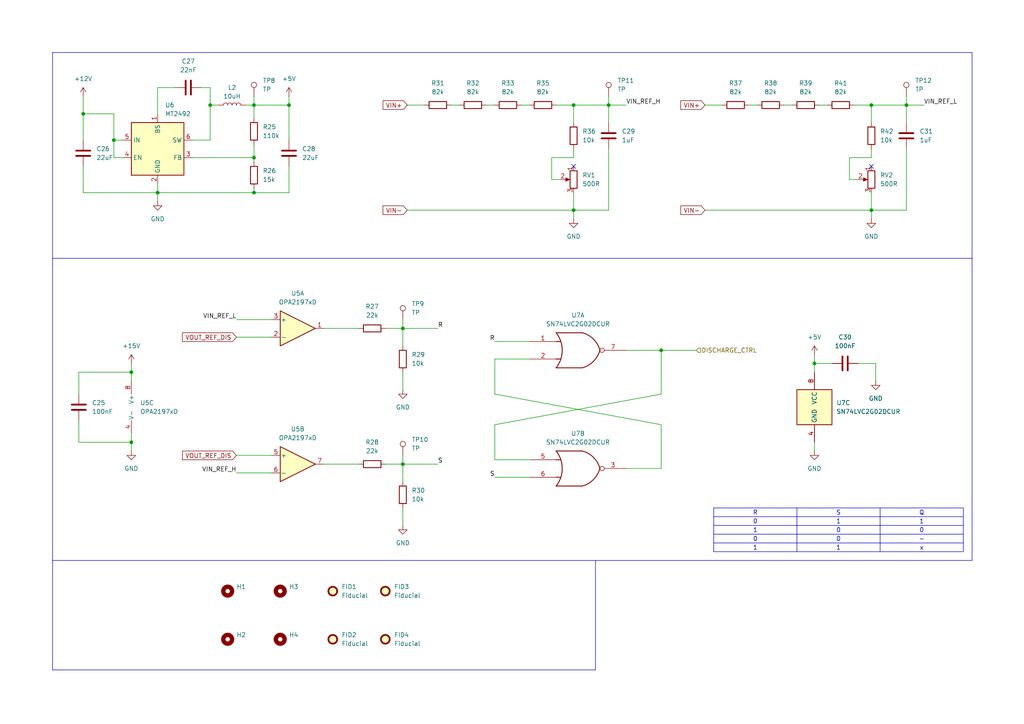
<source format=kicad_sch>
(kicad_sch (version 20250114) (generator "eeschema") (generator_version "9.0")
  (paper "A4")
  (title_block (title "Comparator") (date "2025-08-06") (rev "1.1") (company "RLX-陈光炜"))
  (lib_symbols
    (symbol "74xGxx:74LVC2G02"
      (property "Reference" "U" (at 5.08 7.62 0))
      (property "Value" "74LVC2G02" (at 7.62 -7.62 0))
      (symbol "74LVC2G02_1_1"
        (arc (start -7.62 5.08) (mid -5.838 0) (end -7.62 -5.08) (stroke (width 0.254)))
        (polyline (pts (xy -7.62 2.54) (xy -6.35 2.54)) (stroke (width 0.254)) (fill (type background)))
        (polyline (pts (xy -7.62 -2.54) (xy -6.35 -2.54)) (stroke (width 0.254)) (fill (type background)))
        (arc (start 5.08 0) (mid 3.202 -3.202) (end 0 -5.08) (stroke (width 0.254)))
        (arc (start 0 5.08) (mid 3.2271 3.2271) (end 5.08 0) (stroke (width 0.254)))
        (polyline (pts (xy 0 5.08) (xy -7.62 5.08)) (stroke (width 0.254)) (fill (type background)))
        (polyline (pts (xy 0 -5.08) (xy -7.62 -5.08)) (stroke (width 0.254)) (fill (type background)))
        (pin input line (at -15.24 2.54 0) (length 7.62) (name "~") (number "1"))
        (pin input line (at -15.24 -2.54 0) (length 7.62) (name "~") (number "2"))
        (pin output inverted (at 12.7 0 180) (length 7.62) (name "~") (number "7"))
      )
      (symbol "74LVC2G02_2_1"
        (arc (start -7.62 5.08) (mid -5.838 0) (end -7.62 -5.08) (stroke (width 0.254)))
        (polyline (pts (xy -7.62 2.54) (xy -6.35 2.54)) (stroke (width 0.254)) (fill (type background)))
        (polyline (pts (xy -7.62 -2.54) (xy -6.35 -2.54)) (stroke (width 0.254)) (fill (type background)))
        (arc (start 5.08 0) (mid 3.202 -3.202) (end 0 -5.08) (stroke (width 0.254)))
        (arc (start 0 5.08) (mid 3.2271 3.2271) (end 5.08 0) (stroke (width 0.254)))
        (polyline (pts (xy 0 5.08) (xy -7.62 5.08)) (stroke (width 0.254)) (fill (type background)))
        (polyline (pts (xy 0 -5.08) (xy -7.62 -5.08)) (stroke (width 0.254)) (fill (type background)))
        (pin input line (at -15.24 2.54 0) (length 7.62) (name "~") (number "5"))
        (pin input line (at -15.24 -2.54 0) (length 7.62) (name "~") (number "6"))
        (pin output inverted (at 12.7 0 180) (length 7.62) (name "~") (number "3"))
      )
      (symbol "74LVC2G02_3_0"
        (rectangle (start -5.08 -5.08) (end 5.08 5.08) (stroke (width 0.254)) (fill (type background)))
      )
      (symbol "74LVC2G02_3_1"
        (pin power_in line (at 0 10.16 270) (length 5.08) (name "VCC") (number "8"))
        (pin power_in line (at 0 -10.16 90) (length 5.08) (name "GND") (number "4"))
      )
    )
    (symbol "Amplifier_Operational:OPA2197xD" (pin_names (offset 0.127))
      (property "Reference" "U" (at 2.54 6.35 0))
      (property "Value" "OPA2197xD" (at 2.54 3.81 0))
      (symbol "OPA2197xD_1_1"
        (polyline (pts (xy 5.08 0) (xy -5.08 5.08) (xy -5.08 -5.08) (xy 5.08 0)) (stroke (width 0.254)) (fill (type background)))
        (pin input line (at -7.62 2.54 0) (length 2.54) (name "+") (number "3"))
        (pin input line (at -7.62 -2.54 0) (length 2.54) (name "-") (number "2"))
        (pin output line (at 7.62 0 180) (length 2.54) (name "~") (number "1"))
      )
      (symbol "OPA2197xD_2_1"
        (polyline (pts (xy 5.08 0) (xy -5.08 5.08) (xy -5.08 -5.08) (xy 5.08 0)) (stroke (width 0.254)) (fill (type background)))
        (pin input line (at -7.62 2.54 0) (length 2.54) (name "+") (number "5"))
        (pin input line (at -7.62 -2.54 0) (length 2.54) (name "-") (number "6"))
        (pin output line (at 7.62 0 180) (length 2.54) (name "~") (number "7"))
      )
      (symbol "OPA2197xD_3_1"
        (pin power_in line (at 0 7.62 270) (length 3.81) (name "V+") (number "8"))
        (pin power_in line (at 0 -7.62 90) (length 3.81) (name "V-") (number "4"))
      )
    )
    (symbol "Connector:TestPoint" (pin_numbers (hide yes)) (pin_names (offset 0.762) (hide yes))
      (property "Reference" "TP" (at 0 6.858 0))
      (property "Value" "TestPoint" (at 0 5.08 0))
      (symbol "TestPoint_0_1"
        (circle (center 0 3.302) (radius 0.762))
      )
      (symbol "TestPoint_1_1"
        (pin passive line (at 0 0 90) (length 2.54) (name "1") (number "1"))
      )
    )
    (symbol "Device:C" (pin_numbers (hide yes)) (pin_names (offset 0.254))
      (property "Reference" "C" (at 0.635 2.54 0))
      (property "Value" "C" (at 0.635 -2.54 0))
      (symbol "C_0_1"
        (polyline (pts (xy -2.032 0.762) (xy 2.032 0.762)) (stroke (width 0.508)))
        (polyline (pts (xy -2.032 -0.762) (xy 2.032 -0.762)) (stroke (width 0.508)))
      )
      (symbol "C_1_1"
        (pin passive line (at 0 3.81 270) (length 2.794) (name "~") (number "1"))
        (pin passive line (at 0 -3.81 90) (length 2.794) (name "~") (number "2"))
      )
    )
    (symbol "Device:L" (pin_numbers (hide yes)) (pin_names (offset 1.016) (hide yes))
      (property "Reference" "L" (at -1.27 0 90))
      (property "Value" "L" (at 1.905 0 90))
      (symbol "L_0_1"
        (arc (start 0 2.54) (mid 0.6323 1.905) (end 0 1.27))
        (arc (start 0 1.27) (mid 0.6323 0.635) (end 0 0))
        (arc (start 0 0) (mid 0.6323 -0.635) (end 0 -1.27))
        (arc (start 0 -1.27) (mid 0.6323 -1.905) (end 0 -2.54))
      )
      (symbol "L_1_1"
        (pin passive line (at 0 3.81 270) (length 1.27) (name "1") (number "1"))
        (pin passive line (at 0 -3.81 90) (length 1.27) (name "2") (number "2"))
      )
    )
    (symbol "Device:R" (pin_numbers (hide yes)) (pin_names (offset 0))
      (property "Reference" "R" (at 2.032 0 90))
      (property "Value" "R" (at 0 0 90))
      (symbol "R_0_1"
        (rectangle (start -1.016 -2.54) (end 1.016 2.54) (stroke (width 0.254)))
      )
      (symbol "R_1_1"
        (pin passive line (at 0 3.81 270) (length 1.27) (name "~") (number "1"))
        (pin passive line (at 0 -3.81 90) (length 1.27) (name "~") (number "2"))
      )
    )
    (symbol "Device:R_Potentiometer" (pin_names (offset 1.016) (hide yes))
      (property "Reference" "RV" (at -4.445 0 90))
      (property "Value" "R_Potentiometer" (at -2.54 0 90))
      (symbol "R_Potentiometer_0_1"
        (rectangle (start 1.016 2.54) (end -1.016 -2.54) (stroke (width 0.254)))
        (polyline (pts (xy 1.143 0) (xy 2.286 0.508) (xy 2.286 -0.508) (xy 1.143 0)) (fill (type outline)))
        (polyline (pts (xy 2.54 0) (xy 1.524 0)))
      )
      (symbol "R_Potentiometer_1_1"
        (pin passive line (at 0 3.81 270) (length 1.27) (name "1") (number "1"))
        (pin passive line (at 0 -3.81 90) (length 1.27) (name "3") (number "3"))
        (pin passive line (at 3.81 0 180) (length 1.27) (name "2") (number "2"))
      )
    )
    (symbol "GWGG:MT2492"
      (property "Reference" "U" (at 0 17.78 0))
      (property "Value" "MT2492" (at 0 15.24 0))
      (symbol "MT2492_0_1"
        (rectangle (start -7.62 7.62) (end 7.62 -7.62) (stroke (width 0.254)) (fill (type background)))
      )
      (symbol "MT2492_1_1"
        (text private "GWGG" (at 0 -15.24 0) (effects (font (size 1.27 1.27))))
        (pin passive line (at -10.16 2.54 0) (length 2.54) (name "IN") (number "5"))
        (pin passive line (at -10.16 -2.54 0) (length 2.54) (name "EN") (number "4"))
        (pin passive line (at 0 10.16 270) (length 2.54) (name "BS") (number "1"))
        (pin passive line (at 0 -10.16 90) (length 2.54) (name "GND") (number "2"))
        (pin passive line (at 10.16 2.54 180) (length 2.54) (name "SW") (number "6"))
        (pin passive line (at 10.16 -2.54 180) (length 2.54) (name "FB") (number "3"))
      )
    )
    (symbol "Mechanical:Fiducial" (exclude_from_sim yes) (in_bom no)
      (property "Reference" "FID" (at 0 5.08 0))
      (property "Value" "Fiducial" (at 0 3.175 0))
      (symbol "Fiducial_0_1"
        (circle (center 0 0) (radius 1.27) (stroke (width 0.508)) (fill (type background)))
      )
    )
    (symbol "Mechanical:MountingHole" (pin_names (offset 1.016)) (exclude_from_sim yes) (in_bom no)
      (property "Reference" "H" (at 0 5.08 0))
      (property "Value" "MountingHole" (at 0 3.175 0))
      (symbol "MountingHole_0_1"
        (circle (center 0 0) (radius 1.27) (stroke (width 1.27)))
      )
    )
    (symbol "power:+12V" (power) (pin_numbers (hide yes)) (pin_names (offset 0) (hide yes))
      (property "Value" "+12V" (at 0 3.556 0))
      (symbol "+12V_0_1"
        (polyline (pts (xy -0.762 1.27) (xy 0 2.54)))
        (polyline (pts (xy 0 2.54) (xy 0.762 1.27)))
        (polyline (pts (xy 0 0) (xy 0 2.54)))
      )
      (symbol "+12V_1_1"
        (pin power_in line (at 0 0 90) (length 0) (name "~") (number "1"))
      )
    )
    (symbol "power:+15V" (power) (pin_numbers (hide yes)) (pin_names (offset 0) (hide yes))
      (property "Value" "+15V" (at 0 3.556 0))
      (symbol "+15V_0_1"
        (polyline (pts (xy -0.762 1.27) (xy 0 2.54)))
        (polyline (pts (xy 0 2.54) (xy 0.762 1.27)))
        (polyline (pts (xy 0 0) (xy 0 2.54)))
      )
      (symbol "+15V_1_1"
        (pin power_in line (at 0 0 90) (length 0) (name "~") (number "1"))
      )
    )
    (symbol "power:+5V" (power) (pin_numbers (hide yes)) (pin_names (offset 0) (hide yes))
      (property "Value" "+5V" (at 0 3.556 0))
      (symbol "+5V_0_1"
        (polyline (pts (xy -0.762 1.27) (xy 0 2.54)))
        (polyline (pts (xy 0 2.54) (xy 0.762 1.27)))
        (polyline (pts (xy 0 0) (xy 0 2.54)))
      )
      (symbol "+5V_1_1"
        (pin power_in line (at 0 0 90) (length 0) (name "~") (number "1"))
      )
    )
    (symbol "power:GND" (power) (pin_numbers (hide yes)) (pin_names (offset 0) (hide yes))
      (property "Value" "GND" (at 0 -3.81 0))
      (symbol "GND_0_1"
        (polyline (pts (xy 0 0) (xy 0 -1.27) (xy 1.27 -1.27) (xy 0 -2.54) (xy -1.27 -1.27) (xy 0 -1.27)))
      )
      (symbol "GND_1_1"
        (pin power_in line (at 0 0 270) (length 0) (name "~") (number "1"))
      )
    )
  )
  (junction (at 60.96 30.48))
  (junction (at 33.02 40.64))
  (junction (at 116.84 95.25))
  (junction (at 73.66 45.72))
  (junction (at 252.73 60.96))
  (junction (at 262.89 30.48))
  (junction (at 45.72 55.88))
  (junction (at 83.82 30.48))
  (junction (at 166.37 30.48))
  (junction (at 116.84 134.62))
  (junction (at 191.77 101.6))
  (junction (at 38.1 128.27))
  (junction (at 38.1 107.95))
  (junction (at 236.22 105.41))
  (junction (at 73.66 55.88))
  (junction (at 24.13 33.02))
  (junction (at 176.53 30.48))
  (junction (at 252.73 30.48))
  (junction (at 73.66 30.48))
  (junction (at 166.37 60.96))
  (no_connect (at 166.37 48.26))
  (no_connect (at 252.73 48.26))
  (wire (pts (xy 236.22 102.87) (xy 236.22 105.41)))
  (wire (pts (xy 236.22 105.41) (xy 241.3 105.41)))
  (wire (pts (xy 73.66 41.91) (xy 73.66 45.72)))
  (wire (pts (xy 118.11 60.96) (xy 166.37 60.96)))
  (wire (pts (xy 83.82 27.94) (xy 83.82 30.48)))
  (polyline (pts (xy 15.24 15.24) (xy 15.24 162.56)))
  (polyline (pts (xy 15.24 74.93) (xy 281.94 74.93)))
  (wire (pts (xy 166.37 43.18) (xy 166.37 45.72)))
  (wire (pts (xy 71.12 30.48) (xy 73.66 30.48)))
  (wire (pts (xy 38.1 128.27) (xy 38.1 130.81)))
  (wire (pts (xy 217.17 30.48) (xy 219.71 30.48)))
  (wire (pts (xy 73.66 54.61) (xy 73.66 55.88)))
  (wire (pts (xy 116.84 92.71) (xy 116.84 95.25)))
  (wire (pts (xy 22.86 128.27) (xy 38.1 128.27)))
  (wire (pts (xy 176.53 27.94) (xy 176.53 30.48)))
  (wire (pts (xy 68.58 132.08) (xy 78.74 132.08)))
  (wire (pts (xy 83.82 30.48) (xy 83.82 40.64)))
  (wire (pts (xy 45.72 53.34) (xy 45.72 55.88)))
  (polyline (pts (xy 15.24 162.56) (xy 281.94 162.56)))
  (wire (pts (xy 24.13 48.26) (xy 24.13 55.88)))
  (wire (pts (xy 60.96 25.4) (xy 58.42 25.4)))
  (wire (pts (xy 63.5 30.48) (xy 60.96 30.48)))
  (wire (pts (xy 143.51 138.43) (xy 153.67 138.43)))
  (wire (pts (xy 252.73 55.88) (xy 252.73 60.96)))
  (wire (pts (xy 68.58 92.71) (xy 78.74 92.71)))
  (wire (pts (xy 191.77 101.6) (xy 201.93 101.6)))
  (wire (pts (xy 55.88 45.72) (xy 73.66 45.72)))
  (wire (pts (xy 83.82 48.26) (xy 83.82 55.88)))
  (wire (pts (xy 160.02 52.07) (xy 162.56 52.07)))
  (wire (pts (xy 181.61 135.89) (xy 191.77 135.89)))
  (wire (pts (xy 116.84 95.25) (xy 116.84 100.33)))
  (wire (pts (xy 116.84 107.95) (xy 116.84 113.03)))
  (wire (pts (xy 160.02 45.72) (xy 160.02 52.07)))
  (wire (pts (xy 116.84 134.62) (xy 116.84 139.7)))
  (wire (pts (xy 166.37 30.48) (xy 176.53 30.48)))
  (wire (pts (xy 166.37 55.88) (xy 166.37 60.96)))
  (polyline (pts (xy 15.24 162.56) (xy 15.24 194.31)))
  (wire (pts (xy 166.37 60.96) (xy 166.37 63.5)))
  (wire (pts (xy 151.13 30.48) (xy 153.67 30.48)))
  (wire (pts (xy 38.1 107.95) (xy 38.1 110.49)))
  (wire (pts (xy 73.66 27.94) (xy 73.66 30.48)))
  (wire (pts (xy 45.72 25.4) (xy 50.8 25.4)))
  (wire (pts (xy 22.86 107.95) (xy 38.1 107.95)))
  (wire (pts (xy 130.81 30.48) (xy 133.35 30.48)))
  (wire (pts (xy 246.38 45.72) (xy 246.38 52.07)))
  (wire (pts (xy 237.49 30.48) (xy 240.03 30.48)))
  (wire (pts (xy 33.02 33.02) (xy 24.13 33.02)))
  (wire (pts (xy 45.72 55.88) (xy 24.13 55.88)))
  (wire (pts (xy 166.37 60.96) (xy 176.53 60.96)))
  (wire (pts (xy 191.77 101.6) (xy 191.77 114.3)))
  (wire (pts (xy 22.86 107.95) (xy 22.86 114.3)))
  (wire (pts (xy 93.98 95.25) (xy 104.14 95.25)))
  (wire (pts (xy 143.51 99.06) (xy 153.67 99.06)))
  (wire (pts (xy 45.72 55.88) (xy 45.72 58.42)))
  (polyline (pts (xy 15.24 194.31) (xy 172.72 194.31)))
  (wire (pts (xy 116.84 134.62) (xy 127 134.62)))
  (wire (pts (xy 181.61 101.6) (xy 191.77 101.6)))
  (wire (pts (xy 191.77 114.3) (xy 143.51 123.19)))
  (wire (pts (xy 191.77 123.19) (xy 191.77 135.89)))
  (wire (pts (xy 45.72 55.88) (xy 73.66 55.88)))
  (wire (pts (xy 252.73 60.96) (xy 252.73 63.5)))
  (wire (pts (xy 254 105.41) (xy 254 110.49)))
  (wire (pts (xy 236.22 105.41) (xy 236.22 107.95)))
  (wire (pts (xy 252.73 60.96) (xy 262.89 60.96)))
  (wire (pts (xy 204.47 30.48) (xy 209.55 30.48)))
  (wire (pts (xy 33.02 33.02) (xy 33.02 40.64)))
  (wire (pts (xy 252.73 30.48) (xy 262.89 30.48)))
  (polyline (pts (xy 15.24 15.24) (xy 281.94 15.24)))
  (wire (pts (xy 262.89 30.48) (xy 267.97 30.48)))
  (wire (pts (xy 252.73 43.18) (xy 252.73 45.72)))
  (wire (pts (xy 166.37 30.48) (xy 166.37 35.56)))
  (wire (pts (xy 33.02 40.64) (xy 33.02 45.72)))
  (wire (pts (xy 38.1 125.73) (xy 38.1 128.27)))
  (wire (pts (xy 68.58 137.16) (xy 78.74 137.16)))
  (wire (pts (xy 246.38 52.07) (xy 248.92 52.07)))
  (wire (pts (xy 227.33 30.48) (xy 229.87 30.48)))
  (wire (pts (xy 236.22 128.27) (xy 236.22 130.81)))
  (wire (pts (xy 24.13 40.64) (xy 24.13 33.02)))
  (wire (pts (xy 68.58 97.79) (xy 78.74 97.79)))
  (wire (pts (xy 116.84 95.25) (xy 127 95.25)))
  (wire (pts (xy 73.66 30.48) (xy 73.66 34.29)))
  (wire (pts (xy 143.51 133.35) (xy 153.67 133.35)))
  (polyline (pts (xy 172.72 194.31) (xy 172.72 162.56)))
  (wire (pts (xy 33.02 40.64) (xy 35.56 40.64)))
  (wire (pts (xy 262.89 43.18) (xy 262.89 60.96)))
  (wire (pts (xy 73.66 55.88) (xy 83.82 55.88)))
  (wire (pts (xy 111.76 134.62) (xy 116.84 134.62)))
  (wire (pts (xy 116.84 132.08) (xy 116.84 134.62)))
  (wire (pts (xy 22.86 121.92) (xy 22.86 128.27)))
  (wire (pts (xy 73.66 30.48) (xy 83.82 30.48)))
  (wire (pts (xy 143.51 114.3) (xy 191.77 123.19)))
  (wire (pts (xy 248.92 105.41) (xy 254 105.41)))
  (wire (pts (xy 247.65 30.48) (xy 252.73 30.48)))
  (wire (pts (xy 176.53 30.48) (xy 176.53 35.56)))
  (wire (pts (xy 45.72 33.02) (xy 45.72 25.4)))
  (wire (pts (xy 166.37 45.72) (xy 160.02 45.72)))
  (wire (pts (xy 60.96 30.48) (xy 60.96 40.64)))
  (wire (pts (xy 161.29 30.48) (xy 166.37 30.48)))
  (wire (pts (xy 140.97 30.48) (xy 143.51 30.48)))
  (wire (pts (xy 143.51 104.14) (xy 143.51 114.3)))
  (polyline (pts (xy 281.94 162.56) (xy 281.94 15.24)))
  (wire (pts (xy 252.73 45.72) (xy 246.38 45.72)))
  (wire (pts (xy 60.96 30.48) (xy 60.96 25.4)))
  (wire (pts (xy 262.89 27.94) (xy 262.89 30.48)))
  (wire (pts (xy 38.1 105.41) (xy 38.1 107.95)))
  (wire (pts (xy 93.98 134.62) (xy 104.14 134.62)))
  (wire (pts (xy 143.51 104.14) (xy 153.67 104.14)))
  (wire (pts (xy 262.89 30.48) (xy 262.89 35.56)))
  (wire (pts (xy 111.76 95.25) (xy 116.84 95.25)))
  (wire (pts (xy 143.51 123.19) (xy 143.51 133.35)))
  (wire (pts (xy 73.66 46.99) (xy 73.66 45.72)))
  (wire (pts (xy 116.84 147.32) (xy 116.84 152.4)))
  (wire (pts (xy 176.53 30.48) (xy 181.61 30.48)))
  (wire (pts (xy 33.02 45.72) (xy 35.56 45.72)))
  (wire (pts (xy 118.11 30.48) (xy 123.19 30.48)))
  (wire (pts (xy 176.53 43.18) (xy 176.53 60.96)))
  (wire (pts (xy 55.88 40.64) (xy 60.96 40.64)))
  (wire (pts (xy 24.13 27.94) (xy 24.13 33.02)))
  (wire (pts (xy 204.47 60.96) (xy 252.73 60.96)))
  (wire (pts (xy 252.73 30.48) (xy 252.73 35.56)))
  (table (column_count 3) (border (external yes) (header yes)) (separators (rows yes) (cols yes)) (column_widths 24.13 24.13 24.13) (row_heights 2.54 2.54 2.54 2.54 2.54) (cells (table_cell "R" (at 207.01 147.32 0) (size 24.13 2.54) (margins 0.9525 0.9525 0.9525 0.9525) (span 1 1)) (table_cell "S" (at 231.14 147.32 0) (size 24.13 2.54) (margins 0.9525 0.9525 0.9525 0.9525) (span 1 1)) (table_cell "Q" (at 255.27 147.32 0) (size 24.13 2.54) (margins 0.9525 0.9525 0.9525 0.9525) (span 1 1)) (table_cell "0" (at 207.01 149.86 0) (size 24.13 2.54) (margins 0.9525 0.9525 0.9525 0.9525) (span 1 1)) (table_cell "1" (at 231.14 149.86 0) (size 24.13 2.54) (margins 0.9525 0.9525 0.9525 0.9525) (span 1 1)) (table_cell "1" (at 255.27 149.86 0) (size 24.13 2.54) (margins 0.9525 0.9525 0.9525 0.9525) (span 1 1)) (table_cell "1" (at 207.01 152.4 0) (size 24.13 2.54) (margins 0.9525 0.9525 0.9525 0.9525) (span 1 1)) (table_cell "0" (at 231.14 152.4 0) (size 24.13 2.54) (margins 0.9525 0.9525 0.9525 0.9525) (span 1 1)) (table_cell "0" (at 255.27 152.4 0) (size 24.13 2.54) (margins 0.9525 0.9525 0.9525 0.9525) (span 1 1)) (table_cell "0" (at 207.01 154.94 0) (size 24.13 2.54) (margins 0.9525 0.9525 0.9525 0.9525) (span 1 1)) (table_cell "0" (at 231.14 154.94 0) (size 24.13 2.54) (margins 0.9525 0.9525 0.9525 0.9525) (span 1 1)) (table_cell "-" (at 255.27 154.94 0) (size 24.13 2.54) (margins 0.9525 0.9525 0.9525 0.9525) (span 1 1)) (table_cell "1" (at 207.01 157.48 0) (size 24.13 2.54) (margins 0.9525 0.9525 0.9525 0.9525) (span 1 1)) (table_cell "1" (at 231.14 157.48 0) (size 24.13 2.54) (margins 0.9525 0.9525 0.9525 0.9525) (span 1 1)) (table_cell "x" (at 255.27 157.48 0) (size 24.13 2.54) (margins 0.9525 0.9525 0.9525 0.9525) (span 1 1))))
  (label "S" (at 143.51 138.43 180))
  (label "R" (at 127 95.25 0))
  (label "VIN_REF_L" (at 68.58 92.71 180))
  (label "R" (at 143.51 99.06 180))
  (label "S" (at 127 134.62 0))
  (label "VIN_REF_L" (at 267.97 30.48 0))
  (label "VIN_REF_H" (at 68.58 137.16 180))
  (label "VIN_REF_H" (at 181.61 30.48 0))
  (global_label "VOUT_REF_DIS" (shape input) (at 68.58 132.08 180) (property "Intersheetrefs" "${INTERSHEET_REFS}" (effects (hide yes))))
  (global_label "VIN+" (shape input) (at 204.47 30.48 180) (property "Intersheetrefs" "${INTERSHEET_REFS}" (effects (hide yes))))
  (global_label "VIN-" (shape input) (at 118.11 60.96 180) (property "Intersheetrefs" "${INTERSHEET_REFS}" (effects (hide yes))))
  (global_label "VIN+" (shape input) (at 118.11 30.48 180) (property "Intersheetrefs" "${INTERSHEET_REFS}" (effects (hide yes))))
  (global_label "VOUT_REF_DIS" (shape input) (at 68.58 97.79 180) (property "Intersheetrefs" "${INTERSHEET_REFS}" (effects (hide yes))))
  (global_label "VIN-" (shape input) (at 204.47 60.96 180) (property "Intersheetrefs" "${INTERSHEET_REFS}" (effects (hide yes))))
  (hierarchical_label "DISCHARGE_CTRL" (shape input) (at 201.93 101.6 0))
  (symbol (lib_id "Device:R_Potentiometer") (at 252.73 52.07 0) (mirror y) (unit 1)
    (property "Reference" "RV2" (at 255.27 50.7999 0) (effects (justify right)))
    (property "Value" "500R" (at 255.27 53.3399 0) (effects (justify right)))
    (property "Footprint" "GWGG:TRIM_3296W" (effects (hide yes)))
    (property "Description" "Potentiometer" (effects (hide yes)))
  )
  (symbol (lib_id "power:GND") (at 254 110.49 0) (unit 1)
    (property "Reference" "#PWR033" (effects (hide yes)))
    (property "Value" "GND" (at 254 115.57 0))
    (property "Description" "Power symbol creates a global label with name \"GND\" , ground" (effects (hide yes)))
  )
  (symbol (lib_id "Device:L") (at 67.31 30.48 90) (unit 1)
    (property "Reference" "L2" (at 67.31 25.4 90))
    (property "Value" "10uH" (at 67.31 27.94 90))
    (property "Footprint" "GWGG:L_FTC252010S4R7MBCA" (effects (hide yes)))
    (property "Description" "Inductor" (effects (hide yes)))
  )
  (symbol (lib_id "Device:R") (at 147.32 30.48 90) (unit 1)
    (property "Reference" "R33" (at 147.32 24.13 90))
    (property "Value" "82k" (at 147.32 26.67 90))
    (property "Footprint" "Resistor_SMD:R_2512_6332Metric" (effects (hide yes)))
    (property "Description" "Resistor" (effects (hide yes)))
    (property "mpn" "C723482" (effects (hide yes)))
    (property "Price" "0.2523" (effects (hide yes)))
  )
  (symbol (lib_id "power:GND") (at 116.84 113.03 0) (unit 1)
    (property "Reference" "#PWR027" (effects (hide yes)))
    (property "Value" "GND" (at 116.84 118.11 0))
    (property "Description" "Power symbol creates a global label with name \"GND\" , ground" (effects (hide yes)))
  )
  (symbol (lib_id "Device:R") (at 73.66 38.1 0) (unit 1)
    (property "Reference" "R25" (at 76.2 36.8299 0) (effects (justify left)))
    (property "Value" "110k" (at 76.2 39.3699 0) (effects (justify left)))
    (property "Footprint" "Resistor_SMD:R_0402_1005Metric" (effects (hide yes)))
    (property "Description" "Resistor" (effects (hide yes)))
  )
  (symbol (lib_id "Device:C") (at 262.89 39.37 0) (unit 1)
    (property "Reference" "C31" (at 266.7 38.0999 0) (effects (justify left)))
    (property "Value" "1uF" (at 266.7 40.6399 0) (effects (justify left)))
    (property "Footprint" "Capacitor_SMD:C_0402_1005Metric" (effects (hide yes)))
    (property "Description" "Unpolarized capacitor" (effects (hide yes)))
    (property "mpn" "C1530" (effects (hide yes)))
    (property "Price" "0.00551" (effects (hide yes)))
  )
  (symbol (lib_id "74xGxx:74LVC2G02") (at 168.91 101.6 0) (unit 1)
    (property "Reference" "U7" (at 167.64 91.44 0))
    (property "Value" "SN74LVC2G02DCUR" (at 167.64 93.98 0))
    (property "Footprint" "Package_SO:VSSOP-8_2.3x2mm_P0.5mm" (effects (hide yes)))
    (property "Datasheet" "http://www.ti.com/lit/sg/scyt129e/scyt129e.pdf" (effects (hide yes)))
    (property "Description" "Dual NOR Gate, Low-Voltage CMOS" (effects (hide yes)))
  )
  (symbol (lib_id "Device:R") (at 116.84 104.14 180) (unit 1)
    (property "Reference" "R29" (at 119.38 102.8699 0) (effects (justify right)))
    (property "Value" "10k" (at 119.38 105.4099 0) (effects (justify right)))
    (property "Footprint" "Resistor_SMD:R_0402_1005Metric" (effects (hide yes)))
    (property "Description" "Resistor" (effects (hide yes)))
    (property "mpn" "C122969" (effects (hide yes)))
    (property "Price" "0.1063" (effects (hide yes)))
  )
  (symbol (lib_id "Mechanical:MountingHole") (at 81.28 171.45 0) (unit 1) (in_bom no)
    (property "Reference" "H3" (at 83.82 170.1799 0) (effects (justify left)))
    (property "Value" "MountingHole" (effects (hide yes)))
    (property "Footprint" "MountingHole:MountingHole_3.2mm_M3" (effects (hide yes)))
    (property "Description" "Mounting Hole without connection" (effects (hide yes)))
  )
  (symbol (lib_id "power:GND") (at 116.84 152.4 0) (unit 1)
    (property "Reference" "#PWR028" (effects (hide yes)))
    (property "Value" "GND" (at 116.84 157.48 0))
    (property "Description" "Power symbol creates a global label with name \"GND\" , ground" (effects (hide yes)))
  )
  (symbol (lib_id "GWGG:MT2492") (at 45.72 43.18 0) (unit 1)
    (property "Reference" "U6" (at 47.8633 30.48 0) (effects (justify left)))
    (property "Value" "MT2492" (at 47.8633 33.02 0) (effects (justify left)))
    (property "Footprint" "Package_TO_SOT_SMD:SOT-23-6" (effects (hide yes)))
  )
  (symbol (lib_id "Device:R") (at 243.84 30.48 90) (unit 1)
    (property "Reference" "R41" (at 243.84 24.13 90))
    (property "Value" "82k" (at 243.84 26.67 90))
    (property "Footprint" "Resistor_SMD:R_2512_6332Metric" (effects (hide yes)))
    (property "Description" "Resistor" (effects (hide yes)))
    (property "mpn" "C723482" (effects (hide yes)))
    (property "Price" "0.2523" (effects (hide yes)))
  )
  (symbol (lib_id "power:+5V") (at 83.82 27.94 0) (unit 1)
    (property "Reference" "#PWR026" (effects (hide yes)))
    (property "Value" "+5V" (at 83.82 22.86 0))
    (property "Description" "Power symbol creates a global label with name \"+5V\"" (effects (hide yes)))
  )
  (symbol (lib_id "Device:R") (at 107.95 134.62 90) (unit 1)
    (property "Reference" "R28" (at 107.95 128.27 90))
    (property "Value" "22k" (at 107.95 130.81 90))
    (property "Footprint" "Resistor_SMD:R_0402_1005Metric" (effects (hide yes)))
    (property "Description" "Resistor" (effects (hide yes)))
    (property "mpn" "C122969" (effects (hide yes)))
    (property "Price" "0.1063" (effects (hide yes)))
  )
  (symbol (lib_id "Connector:TestPoint") (at 262.89 27.94 0) (unit 1)
    (property "Reference" "TP12" (at 265.43 23.3679 0) (effects (justify left)))
    (property "Value" "TP" (at 265.43 25.9079 0) (effects (justify left)))
    (property "Footprint" "TestPoint:TestPoint_Pad_D1.0mm" (effects (hide yes)))
    (property "Description" "test point" (effects (hide yes)))
  )
  (symbol (lib_id "Device:R") (at 127 30.48 90) (unit 1)
    (property "Reference" "R31" (at 127 24.13 90))
    (property "Value" "82k" (at 127 26.67 90))
    (property "Footprint" "Resistor_SMD:R_2512_6332Metric" (effects (hide yes)))
    (property "Description" "Resistor" (effects (hide yes)))
    (property "mpn" "C723482" (effects (hide yes)))
    (property "Price" "0.2523" (effects (hide yes)))
  )
  (symbol (lib_id "power:GND") (at 236.22 130.81 0) (unit 1)
    (property "Reference" "#PWR031" (effects (hide yes)))
    (property "Value" "GND" (at 236.22 135.89 0))
    (property "Description" "Power symbol creates a global label with name \"GND\" , ground" (effects (hide yes)))
  )
  (symbol (lib_id "power:GND") (at 252.73 63.5 0) (unit 1)
    (property "Reference" "#PWR032" (effects (hide yes)))
    (property "Value" "GND" (at 252.73 68.58 0))
    (property "Description" "Power symbol creates a global label with name \"GND\" , ground" (effects (hide yes)))
  )
  (symbol (lib_id "Connector:TestPoint") (at 176.53 27.94 0) (unit 1)
    (property "Reference" "TP11" (at 179.07 23.3679 0) (effects (justify left)))
    (property "Value" "TP" (at 179.07 25.9079 0) (effects (justify left)))
    (property "Footprint" "TestPoint:TestPoint_Pad_D1.0mm" (effects (hide yes)))
    (property "Description" "test point" (effects (hide yes)))
  )
  (symbol (lib_id "Mechanical:Fiducial") (at 96.52 171.45 0) (unit 1) (in_bom no)
    (property "Reference" "FID1" (at 99.06 170.1799 0) (effects (justify left)))
    (property "Value" "Fiducial" (at 99.06 172.7199 0) (effects (justify left)))
    (property "Footprint" "Fiducial:Fiducial_1mm_Mask2mm" (effects (hide yes)))
    (property "Description" "Fiducial Marker" (effects (hide yes)))
  )
  (symbol (lib_id "Device:R") (at 223.52 30.48 90) (unit 1)
    (property "Reference" "R38" (at 223.52 24.13 90))
    (property "Value" "82k" (at 223.52 26.67 90))
    (property "Footprint" "Resistor_SMD:R_2512_6332Metric" (effects (hide yes)))
    (property "Description" "Resistor" (effects (hide yes)))
    (property "mpn" "C723482" (effects (hide yes)))
    (property "Price" "0.2523" (effects (hide yes)))
  )
  (symbol (lib_id "Mechanical:MountingHole") (at 66.04 185.42 0) (unit 1) (in_bom no)
    (property "Reference" "H2" (at 68.58 184.1499 0) (effects (justify left)))
    (property "Value" "MountingHole" (effects (hide yes)))
    (property "Footprint" "MountingHole:MountingHole_3.2mm_M3" (effects (hide yes)))
    (property "Description" "Mounting Hole without connection" (effects (hide yes)))
  )
  (symbol (lib_id "Mechanical:Fiducial") (at 96.52 185.42 0) (unit 1) (in_bom no)
    (property "Reference" "FID2" (at 99.06 184.1499 0) (effects (justify left)))
    (property "Value" "Fiducial" (at 99.06 186.6899 0) (effects (justify left)))
    (property "Footprint" "Fiducial:Fiducial_1mm_Mask2mm" (effects (hide yes)))
    (property "Description" "Fiducial Marker" (effects (hide yes)))
  )
  (symbol (lib_id "Device:R_Potentiometer") (at 166.37 52.07 0) (mirror y) (unit 1)
    (property "Reference" "RV1" (at 168.91 50.7999 0) (effects (justify right)))
    (property "Value" "500R" (at 168.91 53.3399 0) (effects (justify right)))
    (property "Footprint" "GWGG:TRIM_3296W" (effects (hide yes)))
    (property "Description" "Potentiometer" (effects (hide yes)))
  )
  (symbol (lib_id "Mechanical:Fiducial") (at 111.76 171.45 0) (unit 1) (in_bom no)
    (property "Reference" "FID3" (at 114.3 170.1799 0) (effects (justify left)))
    (property "Value" "Fiducial" (at 114.3 172.7199 0) (effects (justify left)))
    (property "Footprint" "Fiducial:Fiducial_1mm_Mask2mm" (effects (hide yes)))
    (property "Description" "Fiducial Marker" (effects (hide yes)))
  )
  (symbol (lib_id "Device:R") (at 73.66 50.8 0) (unit 1)
    (property "Reference" "R26" (at 76.2 49.5299 0) (effects (justify left)))
    (property "Value" "15k" (at 76.2 52.0699 0) (effects (justify left)))
    (property "Footprint" "Resistor_SMD:R_0402_1005Metric" (effects (hide yes)))
    (property "Description" "Resistor" (effects (hide yes)))
  )
  (symbol (lib_id "power:+12V") (at 24.13 27.94 0) (unit 1)
    (property "Reference" "#PWR034" (effects (hide yes)))
    (property "Value" "+12V" (at 24.13 22.86 0))
    (property "Description" "Power symbol creates a global label with name \"+12V\"" (effects (hide yes)))
  )
  (symbol (lib_id "Device:R") (at 166.37 39.37 180) (unit 1)
    (property "Reference" "R36" (at 168.91 38.0999 0) (effects (justify right)))
    (property "Value" "10k" (at 168.91 40.6399 0) (effects (justify right)))
    (property "Footprint" "Resistor_SMD:R_1206_3216Metric" (effects (hide yes)))
    (property "Description" "Resistor" (effects (hide yes)))
    (property "mpn" "C870718" (effects (hide yes)))
    (property "Price" "0.2523" (effects (hide yes)))
  )
  (symbol (lib_id "power:+5V") (at 236.22 102.87 0) (unit 1)
    (property "Reference" "#PWR030" (effects (hide yes)))
    (property "Value" "+5V" (at 236.22 97.79 0))
    (property "Description" "Power symbol creates a global label with name \"+5V\"" (effects (hide yes)))
  )
  (symbol (lib_id "Mechanical:MountingHole") (at 81.28 185.42 0) (unit 1) (in_bom no)
    (property "Reference" "H4" (at 83.82 184.1499 0) (effects (justify left)))
    (property "Value" "MountingHole" (effects (hide yes)))
    (property "Footprint" "MountingHole:MountingHole_3.2mm_M3" (effects (hide yes)))
    (property "Description" "Mounting Hole without connection" (effects (hide yes)))
  )
  (symbol (lib_id "Device:R") (at 213.36 30.48 90) (unit 1)
    (property "Reference" "R37" (at 213.36 24.13 90))
    (property "Value" "82k" (at 213.36 26.67 90))
    (property "Footprint" "Resistor_SMD:R_2512_6332Metric" (effects (hide yes)))
    (property "Description" "Resistor" (effects (hide yes)))
    (property "mpn" "C723482" (effects (hide yes)))
    (property "Price" "0.2523" (effects (hide yes)))
  )
  (symbol (lib_id "Device:C") (at 176.53 39.37 0) (unit 1)
    (property "Reference" "C29" (at 180.34 38.0999 0) (effects (justify left)))
    (property "Value" "1uF" (at 180.34 40.6399 0) (effects (justify left)))
    (property "Footprint" "Capacitor_SMD:C_0402_1005Metric" (effects (hide yes)))
    (property "Description" "Unpolarized capacitor" (effects (hide yes)))
    (property "mpn" "C1530" (effects (hide yes)))
    (property "Price" "0.00551" (effects (hide yes)))
  )
  (symbol (lib_id "Device:R") (at 116.84 143.51 180) (unit 1)
    (property "Reference" "R30" (at 119.38 142.2399 0) (effects (justify right)))
    (property "Value" "10k" (at 119.38 144.7799 0) (effects (justify right)))
    (property "Footprint" "Resistor_SMD:R_0402_1005Metric" (effects (hide yes)))
    (property "Description" "Resistor" (effects (hide yes)))
    (property "mpn" "C122969" (effects (hide yes)))
    (property "Price" "0.1063" (effects (hide yes)))
  )
  (symbol (lib_id "Mechanical:MountingHole") (at 66.04 171.45 0) (unit 1) (in_bom no)
    (property "Reference" "H1" (at 68.58 170.1799 0) (effects (justify left)))
    (property "Value" "MountingHole" (effects (hide yes)))
    (property "Footprint" "MountingHole:MountingHole_3.2mm_M3" (effects (hide yes)))
    (property "Description" "Mounting Hole without connection" (effects (hide yes)))
  )
  (symbol (lib_id "Device:C") (at 54.61 25.4 90) (unit 1)
    (property "Reference" "C27" (at 54.61 17.78 90))
    (property "Value" "22nF" (at 54.61 20.32 90))
    (property "Footprint" "Capacitor_SMD:C_0402_1005Metric" (effects (hide yes)))
    (property "Description" "Unpolarized capacitor" (effects (hide yes)))
  )
  (symbol (lib_id "Device:R") (at 233.68 30.48 90) (unit 1)
    (property "Reference" "R39" (at 233.68 24.13 90))
    (property "Value" "82k" (at 233.68 26.67 90))
    (property "Footprint" "Resistor_SMD:R_2512_6332Metric" (effects (hide yes)))
    (property "Description" "Resistor" (effects (hide yes)))
    (property "mpn" "C723482" (effects (hide yes)))
    (property "Price" "0.2523" (effects (hide yes)))
  )
  (symbol (lib_id "Device:C") (at 24.13 44.45 0) (unit 1)
    (property "Reference" "C26" (at 27.94 43.1799 0) (effects (justify left)))
    (property "Value" "22uF" (at 27.94 45.7199 0) (effects (justify left)))
    (property "Footprint" "Capacitor_SMD:C_0805_2012Metric" (effects (hide yes)))
    (property "Description" "Unpolarized capacitor" (effects (hide yes)))
  )
  (symbol (lib_id "74xGxx:74LVC2G02") (at 236.22 118.11 0) (unit 3)
    (property "Reference" "U7" (at 242.57 116.8399 0) (effects (justify left)))
    (property "Value" "SN74LVC2G02DCUR" (at 242.57 119.3799 0) (effects (justify left)))
    (property "Footprint" "Package_SO:VSSOP-8_2.3x2mm_P0.5mm" (effects (hide yes)))
    (property "Datasheet" "http://www.ti.com/lit/sg/scyt129e/scyt129e.pdf" (effects (hide yes)))
    (property "Description" "Dual NOR Gate, Low-Voltage CMOS" (effects (hide yes)))
  )
  (symbol (lib_id "power:GND") (at 38.1 130.81 0) (unit 1)
    (property "Reference" "#PWR024" (effects (hide yes)))
    (property "Value" "GND" (at 38.1 135.89 0))
    (property "Description" "Power symbol creates a global label with name \"GND\" , ground" (effects (hide yes)))
  )
  (symbol (lib_id "Connector:TestPoint") (at 116.84 132.08 0) (unit 1)
    (property "Reference" "TP10" (at 119.38 127.5079 0) (effects (justify left)))
    (property "Value" "TP" (at 119.38 130.0479 0) (effects (justify left)))
    (property "Footprint" "TestPoint:TestPoint_Pad_D1.0mm" (effects (hide yes)))
    (property "Description" "test point" (effects (hide yes)))
  )
  (symbol (lib_id "Device:C") (at 22.86 118.11 0) (unit 1)
    (property "Reference" "C25" (at 26.67 116.8399 0) (effects (justify left)))
    (property "Value" "100nF" (at 26.67 119.3799 0) (effects (justify left)))
    (property "Footprint" "Capacitor_SMD:C_0402_1005Metric" (effects (hide yes)))
    (property "Description" "Unpolarized capacitor" (effects (hide yes)))
    (property "Price" "0.0094" (effects (hide yes)))
    (property "mpn" "C110251" (effects (hide yes)))
  )
  (symbol (lib_id "Device:R") (at 157.48 30.48 90) (unit 1)
    (property "Reference" "R35" (at 157.48 24.13 90))
    (property "Value" "82k" (at 157.48 26.67 90))
    (property "Footprint" "Resistor_SMD:R_2512_6332Metric" (effects (hide yes)))
    (property "Description" "Resistor" (effects (hide yes)))
    (property "mpn" "C723482" (effects (hide yes)))
    (property "Price" "0.2523" (effects (hide yes)))
  )
  (symbol (lib_id "Device:R") (at 252.73 39.37 180) (unit 1)
    (property "Reference" "R42" (at 255.27 38.0999 0) (effects (justify right)))
    (property "Value" "10k" (at 255.27 40.6399 0) (effects (justify right)))
    (property "Footprint" "Resistor_SMD:R_1206_3216Metric" (effects (hide yes)))
    (property "Description" "Resistor" (effects (hide yes)))
    (property "mpn" "C870718" (effects (hide yes)))
    (property "Price" "0.2523" (effects (hide yes)))
  )
  (symbol (lib_id "Device:C") (at 245.11 105.41 90) (unit 1)
    (property "Reference" "C30" (at 245.11 97.79 90))
    (property "Value" "100nF" (at 245.11 100.33 90))
    (property "Footprint" "Capacitor_SMD:C_0402_1005Metric" (effects (hide yes)))
    (property "Description" "Unpolarized capacitor" (effects (hide yes)))
    (property "Price" "0.0094" (effects (hide yes)))
    (property "mpn" "C110251" (effects (hide yes)))
  )
  (symbol (lib_id "Amplifier_Operational:OPA2197xD") (at 38.1 118.11 0) (unit 3)
    (property "Reference" "U5" (at 40.64 116.8399 0) (effects (justify left)))
    (property "Value" "OPA2197xD" (at 40.64 119.3799 0) (effects (justify left)))
    (property "Footprint" "Package_SO:SOIC-8_3.9x4.9mm_P1.27mm" (effects (hide yes)))
    (property "Datasheet" "http://www.ti.com/lit/ds/symlink/opa2197.pdf" (effects (hide yes)))
    (property "Description" "Dual 36V, Precision, Rail-to-Rail Input/Output, Low Offset Voltage, Operational Amplifier, SOIC-8" (effects (hide yes)))
  )
  (symbol (lib_id "Amplifier_Operational:OPA2197xD") (at 86.36 134.62 0) (unit 2)
    (property "Reference" "U5" (at 86.36 124.46 0))
    (property "Value" "OPA2197xD" (at 86.36 127 0))
    (property "Footprint" "Package_SO:SOIC-8_3.9x4.9mm_P1.27mm" (effects (hide yes)))
    (property "Datasheet" "http://www.ti.com/lit/ds/symlink/opa2197.pdf" (effects (hide yes)))
    (property "Description" "Dual 36V, Precision, Rail-to-Rail Input/Output, Low Offset Voltage, Operational Amplifier, SOIC-8" (effects (hide yes)))
  )
  (symbol (lib_id "Mechanical:Fiducial") (at 111.76 185.42 0) (unit 1) (in_bom no)
    (property "Reference" "FID4" (at 114.3 184.1499 0) (effects (justify left)))
    (property "Value" "Fiducial" (at 114.3 186.6899 0) (effects (justify left)))
    (property "Footprint" "Fiducial:Fiducial_1mm_Mask2mm" (effects (hide yes)))
    (property "Description" "Fiducial Marker" (effects (hide yes)))
  )
  (symbol (lib_id "Device:C") (at 83.82 44.45 0) (unit 1)
    (property "Reference" "C28" (at 87.63 43.1799 0) (effects (justify left)))
    (property "Value" "22uF" (at 87.63 45.7199 0) (effects (justify left)))
    (property "Footprint" "Capacitor_SMD:C_0805_2012Metric" (effects (hide yes)))
    (property "Description" "Unpolarized capacitor" (effects (hide yes)))
  )
  (symbol (lib_id "power:GND") (at 45.72 58.42 0) (unit 1)
    (property "Reference" "#PWR025" (effects (hide yes)))
    (property "Value" "GND" (at 45.72 63.5 0))
    (property "Description" "Power symbol creates a global label with name \"GND\" , ground" (effects (hide yes)))
  )
  (symbol (lib_id "Connector:TestPoint") (at 73.66 27.94 0) (unit 1)
    (property "Reference" "TP8" (at 76.2 23.3679 0) (effects (justify left)))
    (property "Value" "TP" (at 76.2 25.9079 0) (effects (justify left)))
    (property "Footprint" "TestPoint:TestPoint_Pad_D1.0mm" (effects (hide yes)))
    (property "Description" "test point" (effects (hide yes)))
  )
  (symbol (lib_id "Amplifier_Operational:OPA2197xD") (at 86.36 95.25 0) (unit 1)
    (property "Reference" "U5" (at 86.36 85.09 0))
    (property "Value" "OPA2197xD" (at 86.36 87.63 0))
    (property "Footprint" "Package_SO:SOIC-8_3.9x4.9mm_P1.27mm" (effects (hide yes)))
    (property "Datasheet" "http://www.ti.com/lit/ds/symlink/opa2197.pdf" (effects (hide yes)))
    (property "Description" "Dual 36V, Precision, Rail-to-Rail Input/Output, Low Offset Voltage, Operational Amplifier, SOIC-8" (effects (hide yes)))
  )
  (symbol (lib_id "power:GND") (at 166.37 63.5 0) (unit 1)
    (property "Reference" "#PWR029" (effects (hide yes)))
    (property "Value" "GND" (at 166.37 68.58 0))
    (property "Description" "Power symbol creates a global label with name \"GND\" , ground" (effects (hide yes)))
  )
  (symbol (lib_id "power:+15V") (at 38.1 105.41 0) (unit 1)
    (property "Reference" "#PWR023" (effects (hide yes)))
    (property "Value" "+15V" (at 38.1 100.33 0))
    (property "Description" "Power symbol creates a global label with name \"+15V\"" (effects (hide yes)))
  )
  (symbol (lib_id "74xGxx:74LVC2G02") (at 168.91 135.89 0) (unit 2)
    (property "Reference" "U7" (at 167.64 125.73 0))
    (property "Value" "SN74LVC2G02DCUR" (at 167.64 128.27 0))
    (property "Footprint" "Package_SO:VSSOP-8_2.3x2mm_P0.5mm" (effects (hide yes)))
    (property "Datasheet" "http://www.ti.com/lit/sg/scyt129e/scyt129e.pdf" (effects (hide yes)))
    (property "Description" "Dual NOR Gate, Low-Voltage CMOS" (effects (hide yes)))
  )
  (symbol (lib_id "Connector:TestPoint") (at 116.84 92.71 0) (unit 1)
    (property "Reference" "TP9" (at 119.38 88.1379 0) (effects (justify left)))
    (property "Value" "TP" (at 119.38 90.6779 0) (effects (justify left)))
    (property "Footprint" "TestPoint:TestPoint_Pad_D1.0mm" (effects (hide yes)))
    (property "Description" "test point" (effects (hide yes)))
  )
  (symbol (lib_id "Device:R") (at 137.16 30.48 90) (unit 1)
    (property "Reference" "R32" (at 137.16 24.13 90))
    (property "Value" "82k" (at 137.16 26.67 90))
    (property "Footprint" "Resistor_SMD:R_2512_6332Metric" (effects (hide yes)))
    (property "Description" "Resistor" (effects (hide yes)))
    (property "mpn" "C723482" (effects (hide yes)))
    (property "Price" "0.2523" (effects (hide yes)))
  )
  (symbol (lib_id "Device:R") (at 107.95 95.25 90) (unit 1)
    (property "Reference" "R27" (at 107.95 88.9 90))
    (property "Value" "22k" (at 107.95 91.44 90))
    (property "Footprint" "Resistor_SMD:R_0402_1005Metric" (effects (hide yes)))
    (property "Description" "Resistor" (effects (hide yes)))
    (property "mpn" "C122969" (effects (hide yes)))
    (property "Price" "0.1063" (effects (hide yes)))
  )
)
</source>
